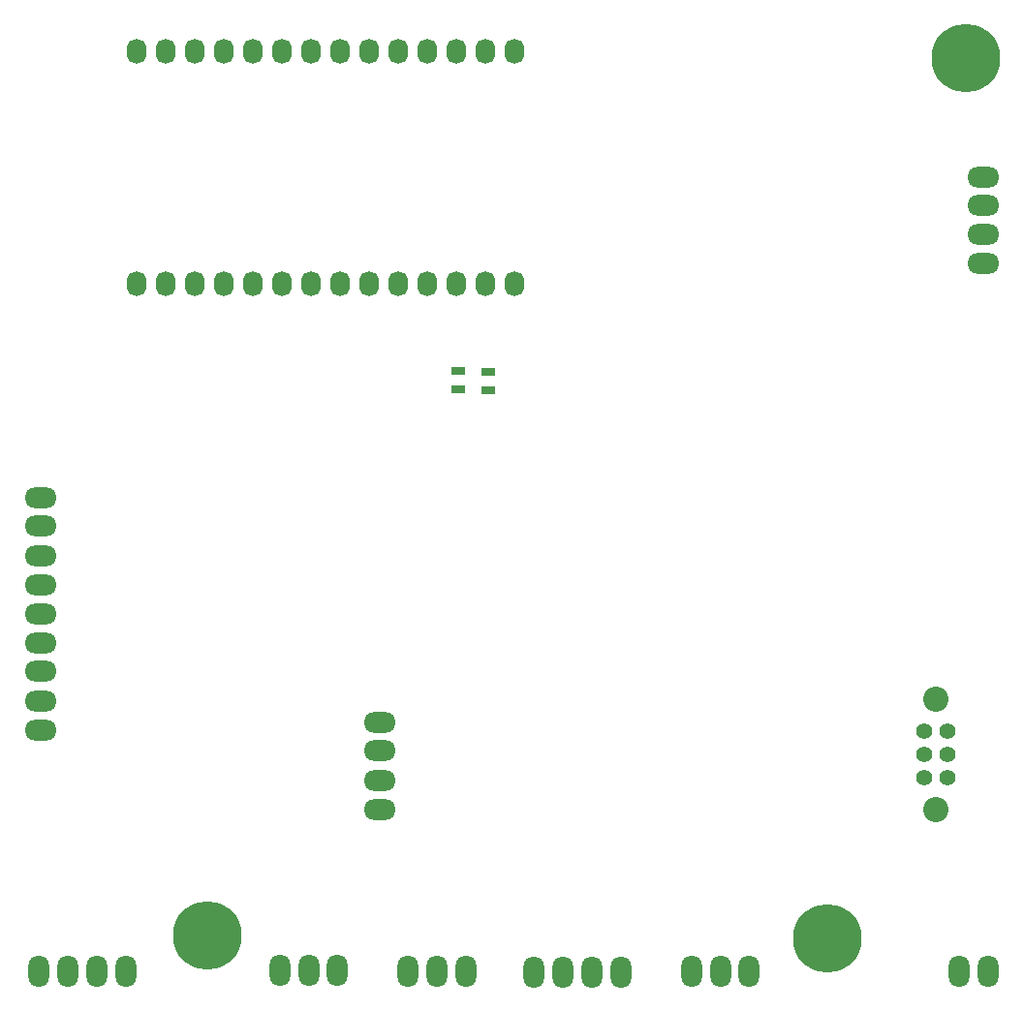
<source format=gbs>
G04*
G04 #@! TF.GenerationSoftware,Altium Limited,Altium Designer,21.0.9 (235)*
G04*
G04 Layer_Color=16711935*
%FSLAX44Y44*%
%MOMM*%
G71*
G04*
G04 #@! TF.SameCoordinates,9AB719E8-7283-4354-A60F-73F0A454480C*
G04*
G04*
G04 #@! TF.FilePolarity,Negative*
G04*
G01*
G75*
%ADD39R,1.1532X0.8032*%
%ADD43O,1.7032X2.2032*%
%ADD44O,2.8032X1.8032*%
%ADD45C,1.4032*%
%ADD46C,2.2032*%
%ADD47O,1.8032X2.8032*%
%ADD48C,6.0000*%
D39*
X432562Y556386D02*
D03*
Y540386D02*
D03*
X406654Y556640D02*
D03*
Y540640D02*
D03*
D43*
X455676Y633176D02*
D03*
X430276D02*
D03*
X404876D02*
D03*
X379476D02*
D03*
X354076D02*
D03*
X328676D02*
D03*
X303276D02*
D03*
X277876D02*
D03*
X252476D02*
D03*
X227076D02*
D03*
X201676D02*
D03*
X176276D02*
D03*
X150876D02*
D03*
D03*
X455676Y836676D02*
D03*
X430276D02*
D03*
X404876D02*
D03*
X379476D02*
D03*
X354076D02*
D03*
X328676D02*
D03*
X303276D02*
D03*
X277876D02*
D03*
X252476D02*
D03*
X227076D02*
D03*
X201676D02*
D03*
X176276D02*
D03*
X150876D02*
D03*
X125476D02*
D03*
Y633176D02*
D03*
D44*
X338074Y173736D02*
D03*
Y249936D02*
D03*
Y224936D02*
D03*
Y199136D02*
D03*
X865632Y650748D02*
D03*
Y676148D02*
D03*
Y726548D02*
D03*
Y701548D02*
D03*
X41402Y243078D02*
D03*
Y319278D02*
D03*
Y294278D02*
D03*
Y268478D02*
D03*
Y395478D02*
D03*
Y421278D02*
D03*
Y446278D02*
D03*
Y370078D02*
D03*
Y344678D02*
D03*
D45*
X833976Y201634D02*
D03*
Y221634D02*
D03*
Y241634D02*
D03*
X813976Y201634D02*
D03*
Y221634D02*
D03*
Y241634D02*
D03*
D46*
X823976Y173634D02*
D03*
Y269634D02*
D03*
D47*
X844650Y32250D02*
D03*
X869650D02*
D03*
X40352Y32000D02*
D03*
X65752D02*
D03*
X116152D02*
D03*
X91152D02*
D03*
X300777Y32500D02*
D03*
X275777D02*
D03*
X250377D02*
D03*
X413250Y32250D02*
D03*
X388250D02*
D03*
X362850D02*
D03*
X523750Y31500D02*
D03*
X548750D02*
D03*
X498350D02*
D03*
X472950D02*
D03*
X610500Y31750D02*
D03*
X635900D02*
D03*
X660900D02*
D03*
D48*
X850000Y830000D02*
D03*
X729250Y60734D02*
D03*
X187500Y62984D02*
D03*
M02*

</source>
